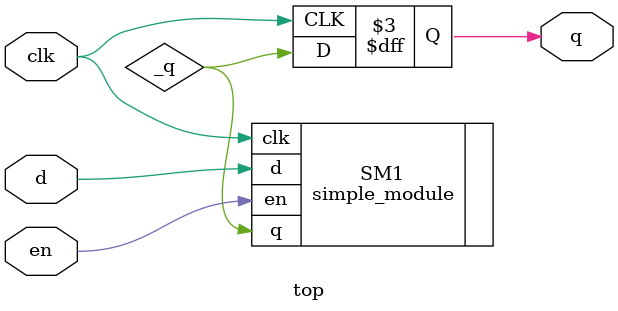
<source format=v>
`timescale 1ns/1ps
     
module top (
		      input clk,
		      input en,
		      input d,
		      output reg q
		      );

   initial q=0;

   wire _q;

   simple_module SM1 (.clk(clk), .en(en), .d(d), .q(_q));

   
   always @(posedge clk) begin
      q <= _q;  
   end
endmodule 

</source>
